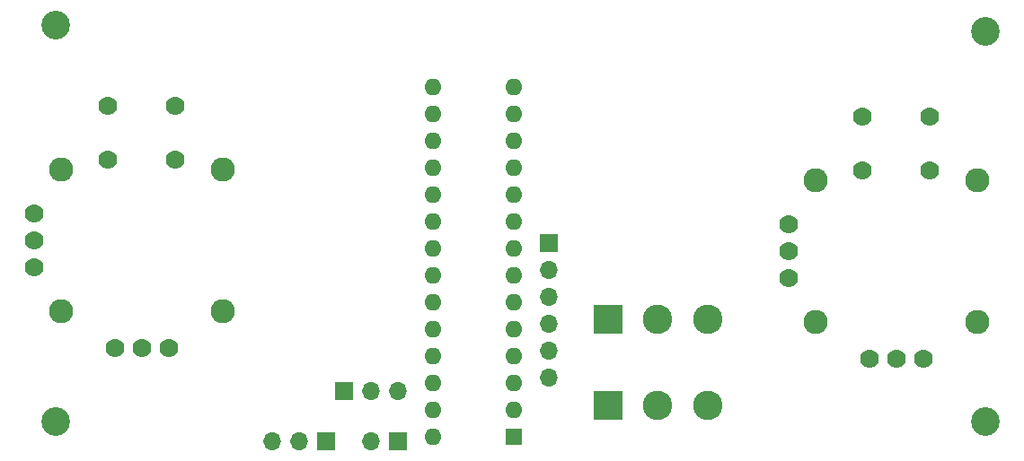
<source format=gbs>
G04 #@! TF.GenerationSoftware,KiCad,Pcbnew,(5.1.12)-1*
G04 #@! TF.CreationDate,2022-10-20T21:18:09-07:00*
G04 #@! TF.ProjectId,Transmisor_de_radio,5472616e-736d-4697-936f-725f64655f72,rev?*
G04 #@! TF.SameCoordinates,Original*
G04 #@! TF.FileFunction,Soldermask,Bot*
G04 #@! TF.FilePolarity,Negative*
%FSLAX46Y46*%
G04 Gerber Fmt 4.6, Leading zero omitted, Abs format (unit mm)*
G04 Created by KiCad (PCBNEW (5.1.12)-1) date 2022-10-20 21:18:09*
%MOMM*%
%LPD*%
G01*
G04 APERTURE LIST*
%ADD10C,2.700000*%
%ADD11R,1.600000X1.600000*%
%ADD12O,1.600000X1.600000*%
%ADD13C,1.778000*%
%ADD14C,2.286000*%
%ADD15R,1.700000X1.700000*%
%ADD16O,1.700000X1.700000*%
%ADD17C,2.775000*%
%ADD18R,2.775000X2.775000*%
G04 APERTURE END LIST*
D10*
X193040000Y-82550000D03*
X105410000Y-81915000D03*
D11*
X148590000Y-120777000D03*
D12*
X140970000Y-87757000D03*
X148590000Y-118237000D03*
X140970000Y-90297000D03*
X148590000Y-115697000D03*
X140970000Y-92837000D03*
X148590000Y-113157000D03*
X140970000Y-95377000D03*
X148590000Y-110617000D03*
X140970000Y-97917000D03*
X148590000Y-108077000D03*
X140970000Y-100457000D03*
X148590000Y-105537000D03*
X140970000Y-102997000D03*
X148590000Y-102997000D03*
X140970000Y-105537000D03*
X148590000Y-100457000D03*
X140970000Y-108077000D03*
X148590000Y-97917000D03*
X140970000Y-110617000D03*
X148590000Y-95377000D03*
X140970000Y-113157000D03*
X148590000Y-92837000D03*
X140970000Y-115697000D03*
X148590000Y-90297000D03*
X140970000Y-118237000D03*
X148590000Y-87757000D03*
X140970000Y-120777000D03*
D13*
X110363000Y-89535000D03*
X116713000Y-89535000D03*
X110363000Y-94615000D03*
X116713000Y-94615000D03*
X110998000Y-112395000D03*
X113538000Y-112395000D03*
X116078000Y-112395000D03*
D14*
X105918000Y-95567500D03*
X105918000Y-108902500D03*
X121158000Y-108902500D03*
X121158000Y-95567500D03*
D13*
X103378000Y-99695000D03*
X103378000Y-102235000D03*
X103378000Y-104775000D03*
X174498000Y-105791000D03*
X174498000Y-103251000D03*
X174498000Y-100711000D03*
D14*
X192278000Y-96583500D03*
X192278000Y-109918500D03*
X177038000Y-109918500D03*
X177038000Y-96583500D03*
D13*
X187198000Y-113411000D03*
X184658000Y-113411000D03*
X182118000Y-113411000D03*
X187833000Y-95631000D03*
X181483000Y-95631000D03*
X187833000Y-90551000D03*
X181483000Y-90551000D03*
D15*
X137668000Y-121183400D03*
D16*
X135128000Y-121183400D03*
D15*
X151892000Y-102489000D03*
D16*
X151892000Y-105029000D03*
X151892000Y-107569000D03*
X151892000Y-110109000D03*
X151892000Y-112649000D03*
X151892000Y-115189000D03*
X125869700Y-121196100D03*
X128409700Y-121196100D03*
D15*
X130949700Y-121196100D03*
X132588000Y-116459000D03*
D16*
X135128000Y-116459000D03*
X137668000Y-116459000D03*
D17*
X166879000Y-109728000D03*
X162179000Y-109728000D03*
D18*
X157479000Y-109728000D03*
X157479000Y-117856000D03*
D17*
X162179000Y-117856000D03*
X166879000Y-117856000D03*
D10*
X105410000Y-119380000D03*
X193040000Y-119380000D03*
M02*

</source>
